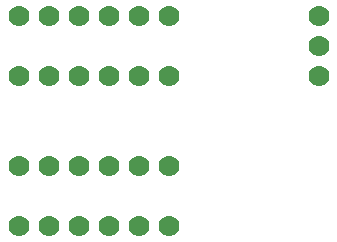
<source format=gbr>
G04 EasyPC Gerber Version 21.0.3 Build 4286 *
G04 #@! TF.Part,Single*
G04 #@! TF.FileFunction,Soldermask,Bot *
G04 #@! TF.FilePolarity,Negative *
%FSLAX35Y35*%
%MOIN*%
G04 #@! TA.AperFunction,WasherPad*
%ADD12C,0.07000*%
X0Y0D02*
D02*
D12*
X50250Y80250D03*
Y100250D03*
Y130250D03*
Y150250D03*
X60250Y80250D03*
Y100250D03*
Y130250D03*
Y150250D03*
X70250Y80250D03*
Y100250D03*
Y130250D03*
Y150250D03*
X80250Y80250D03*
Y100250D03*
Y130250D03*
Y150250D03*
X90250Y80250D03*
Y100250D03*
Y130250D03*
Y150250D03*
X100250Y80250D03*
Y100250D03*
Y130250D03*
Y150250D03*
X150250Y130250D03*
Y140250D03*
Y150250D03*
X0Y0D02*
M02*

</source>
